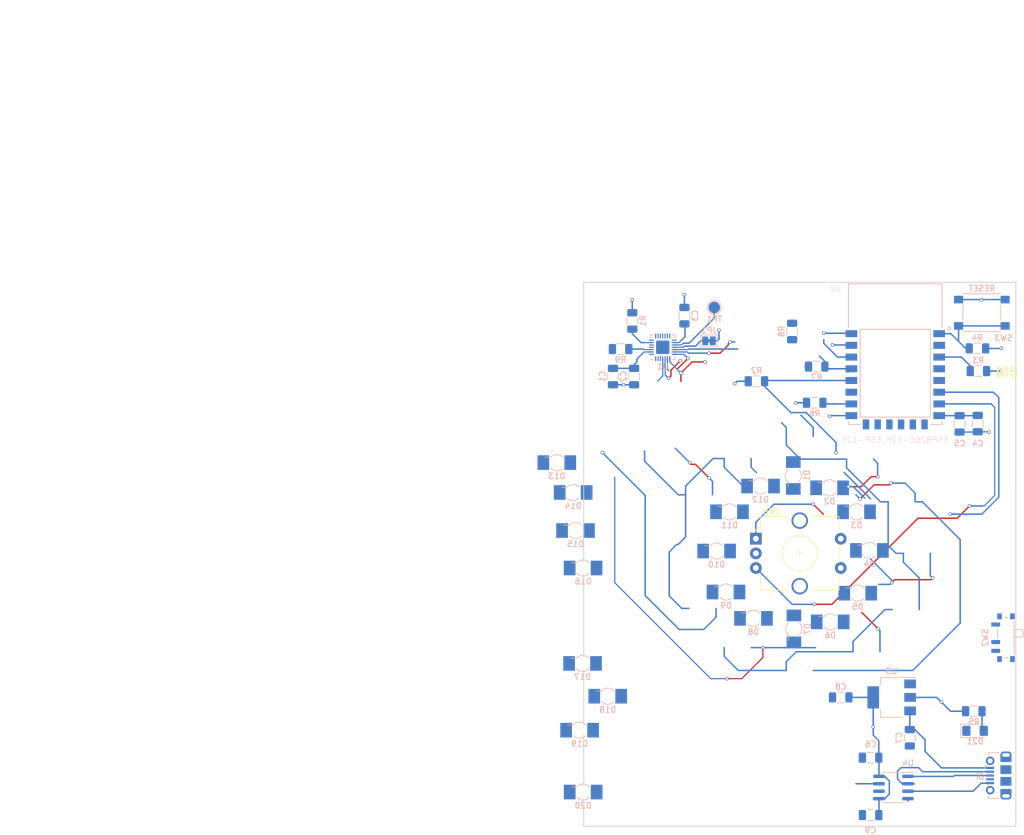
<source format=kicad_pcb>
(kicad_pcb (version 20171130) (host pcbnew "(5.1.5-0)")
  (layers (0 F.Cu signal) (31 B.Cu signal) (34 B.Paste user) (35 F.Paste user) (36 B.SilkS user) (37 F.SilkS user) (38 B.Mask user hide) (39 F.Mask user) (44 Edge.Cuts user))
  (net 0 "")
  (net 1 GND)
  (net 2 /ADC)
  (net 3 /IO16)
  (net 4 /IO14)
  (net 5 /IO12)
  (net 6 /IO13)
  (net 7 /SCLK)
  (net 8 /MOSI)
  (net 9 /IO10)
  (net 10 /IO9)
  (net 11 /MISO)
  (net 12 /CS0)
  (net 13 /IO2)
  (net 14 "Net-(J5-Pad4)")
  (net 15 /RTS)
  (net 16 /VBUS)
  (net 17 /D-)
  (net 18 /D+)
  (net 19 /TX)
  (net 20 /RX)
  (net 21 VCC)
  (net 22 "Net-(BT1-Pad1)")
  (net 23 "Net-(C3-Pad1)")
  (net 24 /CA2)
  (net 25 /CA1)
  (net 26 /CA3)
  (net 27 /CA4)
  (net 28 /CA5)
  (net 29 "Net-(D15-Pad1)")
  (net 30 "Net-(D21-Pad2)")
  (net 31 "Net-(JP1-Pad2)")
  (net 32 "Net-(R1-Pad1)")
  (net 33 /IO0)
  (net 34 "Net-(R3-Pad2)")
  (net 35 /RST)
  (net 36 "Net-(R6-Pad2)")
  (net 37 /SDA)
  (net 38 /SCL)
  (net 39 /SDB)
  (net 40 "Net-(TP1-Pad1)")
  (net 41 "Net-(U1-Pad28)")
  (net 42 "Net-(U1-Pad27)")
  (net 43 "Net-(U1-Pad26)")
  (net 44 "Net-(U1-Pad15)")
  (net 45 "Net-(U1-Pad14)")
  (net 46 "Net-(U1-Pad13)")
  (net 47 "Net-(U1-Pad12)")
  (net 48 "Net-(U1-Pad11)")
  (net 49 "Net-(U1-Pad10)")
  (net 50 "Net-(U1-Pad9)")
  (net 51 "Net-(U1-Pad8)")
  (net 52 "Net-(U1-Pad7)")
  (net 53 "Net-(U1-Pad29)")
  (net 54 "Net-(U1-Pad4)")
  (net 55 "Net-(U1-Pad1)")
  (module LED_SMD:LED_Osram_Lx_P47F_D2mm_ReverseMount (layer B.Cu) (at 127.1 81.6)
    (fp_text reference D12 (at 0 2.3) (layer B.SilkS) (effects (justify mirror)))
    (fp_text value LED)
    (pad 2 smd rect (at 2.3 0) (size 2 2.5) (layers B.Cu) (net 28 /CA5))
    (pad 1 smd rect (at -2.3 0) (size 2 2.5) (layers B.Cu) (net 26 /CA3))
  )
  (module LED_SMD:LED_Osram_Lx_P47F_D2mm_ReverseMount (layer B.Cu) (at 132.7 79.8 90)
    (fp_text reference D1 (at 0 2.3 90) (layer B.SilkS) (effects (justify mirror)))
    (fp_text value LED)
    (pad 2 smd rect (at 2.3 0 90) (size 2 2.5) (layers B.Cu) (net 24 /CA2))
    (pad 1 smd rect (at -2.3 0 90) (size 2 2.5) (layers B.Cu) (net 25 /CA1))
  )
  (module LED_SMD:LED_Osram_Lx_P47F_D2mm_ReverseMount (layer B.Cu) (at 138.9 81.9)
    (fp_text reference D2 (at 0 2.3) (layer B.SilkS) (effects (justify mirror)))
    (fp_text value LED)
    (pad 2 smd rect (at 2.3 0) (size 2 2.5) (layers B.Cu) (net 26 /CA3))
    (pad 1 smd rect (at -2.3 0) (size 2 2.5) (layers B.Cu) (net 25 /CA1))
  )
  (module LED_SMD:LED_Osram_Lx_P47F_D2mm_ReverseMount (layer B.Cu) (at 143.5 86)
    (fp_text reference D3 (at 0 2.3) (layer B.SilkS) (effects (justify mirror)))
    (fp_text value LED)
    (pad 2 smd rect (at 2.3 0) (size 2 2.5) (layers B.Cu) (net 27 /CA4))
    (pad 1 smd rect (at -2.3 0) (size 2 2.5) (layers B.Cu) (net 25 /CA1))
  )
  (module LED_SMD:LED_Osram_Lx_P47F_D2mm_ReverseMount (layer B.Cu) (at 145.7 92.6)
    (fp_text reference D4 (at 0 2.3) (layer B.SilkS) (effects (justify mirror)))
    (fp_text value LED)
    (pad 2 smd rect (at 2.3 0) (size 2 2.5) (layers B.Cu) (net 28 /CA5))
    (pad 1 smd rect (at -2.3 0) (size 2 2.5) (layers B.Cu) (net 25 /CA1))
  )
  (module LED_SMD:LED_Osram_Lx_P47F_D2mm_ReverseMount (layer B.Cu) (at 143.7 99.9)
    (fp_text reference D5 (at 0 2.3) (layer B.SilkS) (effects (justify mirror)))
    (fp_text value LED)
    (pad 2 smd rect (at 2.3 0) (size 2 2.5) (layers B.Cu) (net 25 /CA1))
    (pad 1 smd rect (at -2.3 0) (size 2 2.5) (layers B.Cu) (net 24 /CA2))
  )
  (module LED_SMD:LED_Osram_Lx_P47F_D2mm_ReverseMount (layer B.Cu) (at 139 104.8)
    (fp_text reference D6 (at 0 2.3) (layer B.SilkS) (effects (justify mirror)))
    (fp_text value LED)
    (pad 2 smd rect (at 2.3 0) (size 2 2.5) (layers B.Cu) (net 26 /CA3))
    (pad 1 smd rect (at -2.3 0) (size 2 2.5) (layers B.Cu) (net 24 /CA2))
  )
  (module LED_SMD:LED_Osram_Lx_P47F_D2mm_ReverseMount (layer B.Cu) (at 132.8 106 90)
    (fp_text reference D7 (at 0 2.3 90) (layer B.SilkS) (effects (justify mirror)))
    (fp_text value LED)
    (pad 2 smd rect (at 2.3 0 90) (size 2 2.5) (layers B.Cu) (net 27 /CA4))
    (pad 1 smd rect (at -2.3 0 90) (size 2 2.5) (layers B.Cu) (net 24 /CA2))
  )
  (module LED_SMD:LED_Osram_Lx_P47F_D2mm_ReverseMount (layer B.Cu) (at 125.9 104.2)
    (fp_text reference D8 (at 0 2.3) (layer B.SilkS) (effects (justify mirror)))
    (fp_text value LED)
    (pad 2 smd rect (at 2.3 0) (size 2 2.5) (layers B.Cu) (net 28 /CA5))
    (pad 1 smd rect (at -2.3 0) (size 2 2.5) (layers B.Cu) (net 24 /CA2))
  )
  (module LED_SMD:LED_Osram_Lx_P47F_D2mm_ReverseMount (layer B.Cu) (at 121.2 99.7)
    (fp_text reference D9 (at 0 2.3) (layer B.SilkS) (effects (justify mirror)))
    (fp_text value LED)
    (pad 2 smd rect (at 2.3 0) (size 2 2.5) (layers B.Cu) (net 25 /CA1))
    (pad 1 smd rect (at -2.3 0) (size 2 2.5) (layers B.Cu) (net 26 /CA3))
  )
  (module LED_SMD:LED_Osram_Lx_P47F_D2mm_ReverseMount (layer B.Cu) (at 119.6 92.7)
    (fp_text reference D10 (at 0 2.3) (layer B.SilkS) (effects (justify mirror)))
    (fp_text value LED)
    (pad 2 smd rect (at 2.3 0) (size 2 2.5) (layers B.Cu) (net 24 /CA2))
    (pad 1 smd rect (at -2.3 0) (size 2 2.5) (layers B.Cu) (net 26 /CA3))
  )
  (module LED_SMD:LED_Osram_Lx_P47F_D2mm_ReverseMount (layer B.Cu) (at 121.8 86)
    (fp_text reference D11 (at 0 2.3) (layer B.SilkS) (effects (justify mirror)))
    (fp_text value LED)
    (pad 2 smd rect (at 2.3 0) (size 2 2.5) (layers B.Cu) (net 27 /CA4))
    (pad 1 smd rect (at -2.3 0) (size 2 2.5) (layers B.Cu) (net 26 /CA3))
  )
  (module ESP8266-12E_ESP-12E:XCVR_ESP8266-12E%2fESP-12E (layer B.Cu) (at 150.11322 62.57158 180)
    (fp_text reference U2 (at 10.21322 14.67158) (layer B.SilkS) (effects (font (size 1.00077 1.00077) (thickness 0.05)) (justify mirror)))
    (fp_text value ESP8266-12F_ESP-12F (at 0.07112 -11.12842) (layer B.SilkS) (effects (font (size 1.00093 1.00093) (thickness 0.05)) (justify mirror)))
    (pad 14 smd rect (at 5 -8.5 180) (size 1.1 1.7) (layers B.Cu B.Paste B.Mask) (net 7 /SCLK))
    (pad 13 smd rect (at 3 -8.5 180) (size 1.1 1.7) (layers B.Cu B.Paste B.Mask) (net 8 /MOSI))
    (pad 12 smd rect (at 1 -8.5 180) (size 1.1 1.7) (layers B.Cu B.Paste B.Mask) (net 9 /IO10))
    (pad 11 smd rect (at -1 -8.5 180) (size 1.1 1.7) (layers B.Cu B.Paste B.Mask) (net 10 /IO9))
    (pad 10 smd rect (at -3 -8.5 180) (size 1.1 1.7) (layers B.Cu B.Paste B.Mask) (net 11 /MISO))
    (pad 9 smd rect (at -5 -8.5 180) (size 1.1 1.7) (layers B.Cu B.Paste B.Mask) (net 12 /CS0))
    (pad 22 smd rect (at 7.5 7 180) (size 2 1.2) (layers B.Cu B.Paste B.Mask) (net 20 /RX))
    (pad 21 smd rect (at 7.5 5 180) (size 2 1.2) (layers B.Cu B.Paste B.Mask) (net 19 /TX))
    (pad 20 smd rect (at 7.5 3 180) (size 2 1.2) (layers B.Cu B.Paste B.Mask) (net 38 /SCL))
    (pad 19 smd rect (at 7.5 1 180) (size 2 1.2) (layers B.Cu B.Paste B.Mask) (net 37 /SDA))
    (pad 18 smd rect (at 7.5 -1 180) (size 2 1.2) (layers B.Cu B.Paste B.Mask) (net 33 /IO0))
    (pad 17 smd rect (at 7.5 -3 180) (size 2 1.2) (layers B.Cu B.Paste B.Mask) (net 13 /IO2))
    (pad 16 smd rect (at 7.5 -5 180) (size 2 1.2) (layers B.Cu B.Paste B.Mask) (net 36 "Net-(R6-Pad2)"))
    (pad 15 smd rect (at 7.5 -7 180) (size 2 1.2) (layers B.Cu B.Paste B.Mask) (net 1 GND))
    (pad 8 smd rect (at -7.5 -7 180) (size 2 1.2) (layers B.Cu B.Paste B.Mask) (net 21 VCC))
    (pad 7 smd rect (at -7.5 -5 180) (size 2 1.2) (layers B.Cu B.Paste B.Mask) (net 6 /IO13))
    (pad 6 smd rect (at -7.5 -3 180) (size 2 1.2) (layers B.Cu B.Paste B.Mask) (net 5 /IO12))
    (pad 5 smd rect (at -7.5 -1 180) (size 2 1.2) (layers B.Cu B.Paste B.Mask) (net 4 /IO14))
    (pad 4 smd rect (at -7.5 1 180) (size 2 1.2) (layers B.Cu B.Paste B.Mask) (net 3 /IO16))
    (pad 3 smd rect (at -7.5 3 180) (size 2 1.2) (layers B.Cu B.Paste B.Mask) (net 34 "Net-(R3-Pad2)"))
    (pad 2 smd rect (at -7.5 5 180) (size 2 1.2) (layers B.Cu B.Paste B.Mask) (net 2 /ADC))
    (pad 1 smd rect (at -7.5 7 180) (size 2 1.2) (layers B.Cu B.Paste B.Mask) (net 35 /RST))
  )
  (module Resistor_SMD:R_1206_3216Metric (layer B.Cu) (at 105.2 53.4 90)
    (fp_text reference R1 (at 0 1.82 90) (layer B.SilkS) (effects (justify mirror)))
    (fp_text value 20k)
    (pad 2 smd roundrect (at 1.4 0 90) (size 1.25 1.75) (layers B.Cu B.Paste B.Mask) (roundrect_rratio 0.2) (net 1 GND))
    (pad 1 smd roundrect (at -1.4 0 90) (size 1.25 1.75) (layers B.Cu B.Paste B.Mask) (roundrect_rratio 0.2) (net 32 "Net-(R1-Pad1)"))
  )
  (module Jumper:SolderJumper-2_P1.3mm_Bridged_Pad1.0x1.5mm (layer B.Cu) (at 118.3 56.8 180)
    (fp_text reference JP1 (at 0 1.8) (layer B.SilkS) (effects (justify mirror)))
    (fp_text value ADDR)
    (fp_poly (pts (xy -0.25 0.3) (xy 0.25 0.3) (xy 0.25 -0.3) (xy -0.25 -0.3)) (layer B.Cu) (width 0))
    (pad 2 smd rect (at 0.65 0 180) (size 1 1.5) (layers B.Cu B.Mask) (net 31 "Net-(JP1-Pad2)"))
    (pad 1 smd rect (at -0.65 0 180) (size 1 1.5) (layers B.Cu B.Mask) (net 1 GND))
  )
  (module LED_SMD:LED_Osram_Lx_P47F_D2mm_ReverseMount (layer B.Cu) (at 92.3 77.6)
    (fp_text reference D13 (at 0 2.3) (layer B.SilkS) (effects (justify mirror)))
    (fp_text value LED)
    (pad 2 smd rect (at 2.3 0) (size 2 2.5) (layers B.Cu) (net 25 /CA1))
    (pad 1 smd rect (at -2.3 0) (size 2 2.5) (layers B.Cu) (net 27 /CA4))
    (pad "" np_thru_hole circle (at 0 0) (size 2.1 2.1) (drill 2.1) (layers *.Cu *.Mask))
  )
  (module Resistor_SMD:R_1206_3216Metric (layer B.Cu) (at 136.7 61.2)
    (fp_text reference R7 (at 0 1.82) (layer B.SilkS) (effects (justify mirror)))
    (fp_text value 4.7k)
    (pad 2 smd roundrect (at 1.4 0) (size 1.25 1.75) (layers B.Cu B.Paste B.Mask) (roundrect_rratio 0.2) (net 37 /SDA))
    (pad 1 smd roundrect (at -1.4 0) (size 1.25 1.75) (layers B.Cu B.Paste B.Mask) (roundrect_rratio 0.2) (net 21 VCC))
  )
  (module Resistor_SMD:R_1206_3216Metric (layer B.Cu) (at 132.5 55.2 270)
    (fp_text reference R8 (at 0 1.82 90) (layer B.SilkS) (effects (justify mirror)))
    (fp_text value 4.7k)
    (pad 2 smd roundrect (at 1.4 0 270) (size 1.25 1.75) (layers B.Cu B.Paste B.Mask) (roundrect_rratio 0.2) (net 38 /SCL))
    (pad 1 smd roundrect (at -1.4 0 270) (size 1.25 1.75) (layers B.Cu B.Paste B.Mask) (roundrect_rratio 0.2) (net 21 VCC))
  )
  (module Resistor_SMD:R_1206_3216Metric (layer B.Cu) (at 103.2 58.2)
    (fp_text reference R9 (at 0 1.82) (layer B.SilkS) (effects (justify mirror)))
    (fp_text value 4.7k)
    (pad 2 smd roundrect (at 1.4 0) (size 1.25 1.75) (layers B.Cu B.Paste B.Mask) (roundrect_rratio 0.2) (net 39 /SDB))
    (pad 1 smd roundrect (at -1.4 0) (size 1.25 1.75) (layers B.Cu B.Paste B.Mask) (roundrect_rratio 0.2) (net 21 VCC))
  )
  (module Capacitor_SMD:C_1206_3216Metric (layer B.Cu) (at 101.9 62.9 270)
    (fp_text reference C1 (at 0 1.82 90) (layer B.SilkS) (effects (justify mirror)))
    (fp_text value 1uF)
    (pad 2 smd roundrect (at 1.4 0 270) (size 1.25 1.75) (layers B.Cu B.Paste B.Mask) (roundrect_rratio 0.2) (net 1 GND))
    (pad 1 smd roundrect (at -1.4 0 270) (size 1.25 1.75) (layers B.Cu B.Paste B.Mask) (roundrect_rratio 0.2) (net 21 VCC))
  )
  (module LED_SMD:LED_Osram_Lx_P47F_D2mm_ReverseMount (layer B.Cu) (at 95.5 89.2)
    (fp_text reference D15 (at 0 2.3) (layer B.SilkS) (effects (justify mirror)))
    (fp_text value LED)
    (pad 2 smd rect (at 2.3 0) (size 2 2.5) (layers B.Cu) (net 26 /CA3))
    (pad 1 smd rect (at -2.3 0) (size 2 2.5) (layers B.Cu) (net 29 "Net-(D15-Pad1)"))
    (pad "" np_thru_hole circle (at 0 0) (size 2.1 2.1) (drill 2.1) (layers *.Cu *.Mask))
  )
  (module Rotary_Encoder:RotaryEncoder_Alps_EC12E-Switch_Vertical_H20mm_CircularMountingHoles (layer F.Cu) (at 126.3 90.6)
    (fp_text reference SW1 (at 2.8 -4.7) (layer F.SilkS))
    (fp_text value Rotary_Encoder_Switch)
    (pad A thru_hole rect (at 0 0) (size 2 2) (drill 1) (layers *.Cu *.Mask) (net 5 /IO12))
    (pad C thru_hole circle (at 0 2.5) (size 2 2) (drill 1) (layers *.Cu *.Mask) (net 1 GND))
    (pad B thru_hole circle (at 0 5) (size 2 2) (drill 1) (layers *.Cu *.Mask) (net 6 /IO13))
    (pad MP thru_hole circle (at 7.5 -3.1) (size 2.8 2.8) (drill 2.2) (layers *.Cu *.Mask))
    (pad MP thru_hole circle (at 7.5 8.1) (size 2.8 2.8) (drill 2.2) (layers *.Cu *.Mask))
    (pad S1 thru_hole circle (at 14.5 0) (size 2 2) (drill 1) (layers *.Cu *.Mask) (net 33 /IO0))
    (pad S2 thru_hole circle (at 14.5 5) (size 2 2) (drill 1) (layers *.Cu *.Mask) (net 1 GND))
  )
  (module Capacitor_SMD:C_1206_3216Metric (layer B.Cu) (at 105.5 62.9 270)
    (fp_text reference C2 (at 0 1.82 90) (layer B.SilkS) (effects (justify mirror)))
    (fp_text value 0.1uF)
    (pad 2 smd roundrect (at 1.4 0 270) (size 1.25 1.75) (layers B.Cu B.Paste B.Mask) (roundrect_rratio 0.2) (net 1 GND))
    (pad 1 smd roundrect (at -1.4 0 270) (size 1.25 1.75) (layers B.Cu B.Paste B.Mask) (roundrect_rratio 0.2) (net 21 VCC))
  )
  (module Button_Switch_SMD:SW_SPDT_PCM12 (layer B.Cu) (at 168.7 107.5 270)
    (fp_text reference SW2 (at 0 3.2 90) (layer B.SilkS) (effects (justify mirror)))
    (fp_text value POWER)
    (pad "" smd rect (at -3.65 0.78 270) (size 1 0.8) (layers B.Cu B.Paste B.Mask))
    (pad "" smd rect (at 3.65 0.78 270) (size 1 0.8) (layers B.Cu B.Paste B.Mask))
    (pad "" smd rect (at 3.65 -1.43 270) (size 1 0.8) (layers B.Cu B.Paste B.Mask))
    (pad "" smd rect (at -3.65 -1.43 270) (size 1 0.8) (layers B.Cu B.Paste B.Mask))
    (pad 3 smd rect (at 2.25 1.43 270) (size 0.7 1.5) (layers B.Cu B.Paste B.Mask))
    (pad 2 smd rect (at 0.75 1.43 270) (size 0.7 1.5) (layers B.Cu B.Paste B.Mask) (net 22 "Net-(BT1-Pad1)"))
    (pad 1 smd rect (at -2.25 1.43 270) (size 0.7 1.5) (layers B.Cu B.Paste B.Mask) (net 21 VCC))
    (pad "" np_thru_hole circle (at 1.5 -0.33 270) (size 0.9 0.9) (drill 0.9) (layers *.Cu *.Mask))
    (pad "" np_thru_hole circle (at -1.5 -0.33 270) (size 0.9 0.9) (drill 0.9) (layers *.Cu *.Mask))
  )
  (module TestPoint:TestPoint_Pad_D2.0mm (layer B.Cu) (at 119.2 51.1)
    (fp_text reference TP1 (at 0 1.998) (layer B.SilkS) (effects (justify mirror)))
    (fp_text value AIN)
    (pad 1 smd circle (at 0 0) (size 2 2) (layers B.Cu B.Mask) (net 40 "Net-(TP1-Pad1)"))
  )
  (module Package_DFN_QFN:QFN-28-1EP_4x4mm_P0.4mm_EP2.3x2.3mm (layer B.Cu) (at 110.4 57.9)
    (fp_text reference U1 (at 0 3.3) (layer B.SilkS) (effects (justify mirror)))
    (fp_text value IS31FL3731-QF)
    (pad 28 smd roundrect (at -1.2 1.9375) (size 0.2 0.825) (layers B.Cu B.Paste B.Mask) (net 41 "Net-(U1-Pad28)"))
    (pad 27 smd roundrect (at -0.8 1.9375) (size 0.2 0.825) (layers B.Cu B.Paste B.Mask) (net 42 "Net-(U1-Pad27)"))
    (pad 26 smd roundrect (at -0.4 1.9375) (size 0.2 0.825) (layers B.Cu B.Paste B.Mask) (net 43 "Net-(U1-Pad26)"))
    (pad 25 smd roundrect (at 0 1.9375) (size 0.2 0.825) (layers B.Cu B.Paste B.Mask) (net 28 /CA5))
    (pad 24 smd roundrect (at 0.4 1.9375) (size 0.2 0.825) (layers B.Cu B.Paste B.Mask) (net 27 /CA4))
    (pad 23 smd roundrect (at 0.8 1.9375) (size 0.2 0.825) (layers B.Cu B.Paste B.Mask) (net 26 /CA3))
    (pad 22 smd roundrect (at 1.2 1.9375) (size 0.2 0.825) (layers B.Cu B.Paste B.Mask) (net 24 /CA2))
    (pad 21 smd roundrect (at 1.9375 1.2) (size 0.825 0.2) (layers B.Cu B.Paste B.Mask) (net 25 /CA1))
    (pad 20 smd roundrect (at 1.9375 0.8) (size 0.825 0.2) (layers B.Cu B.Paste B.Mask) (net 38 /SCL))
    (pad 19 smd roundrect (at 1.9375 0.4) (size 0.825 0.2) (layers B.Cu B.Paste B.Mask) (net 37 /SDA))
    (pad 18 smd roundrect (at 1.9375 0) (size 0.825 0.2) (layers B.Cu B.Paste B.Mask) (net 31 "Net-(JP1-Pad2)"))
    (pad 17 smd roundrect (at 1.9375 -0.4) (size 0.825 0.2) (layers B.Cu B.Paste B.Mask) (net 40 "Net-(TP1-Pad1)"))
    (pad 16 smd roundrect (at 1.9375 -0.8) (size 0.825 0.2) (layers B.Cu B.Paste B.Mask) (net 23 "Net-(C3-Pad1)"))
    (pad 15 smd roundrect (at 1.9375 -1.2) (size 0.825 0.2) (layers B.Cu B.Paste B.Mask) (net 44 "Net-(U1-Pad15)"))
    (pad 14 smd roundrect (at 1.2 -1.9375) (size 0.2 0.825) (layers B.Cu B.Paste B.Mask) (net 45 "Net-(U1-Pad14)"))
    (pad 13 smd roundrect (at 0.8 -1.9375) (size 0.2 0.825) (layers B.Cu B.Paste B.Mask) (net 46 "Net-(U1-Pad13)"))
    (pad 12 smd roundrect (at 0.4 -1.9375) (size 0.2 0.825) (layers B.Cu B.Paste B.Mask) (net 47 "Net-(U1-Pad12)"))
    (pad 11 smd roundrect (at 0 -1.9375) (size 0.2 0.825) (layers B.Cu B.Paste B.Mask) (net 48 "Net-(U1-Pad11)"))
    (pad 10 smd roundrect (at -0.4 -1.9375) (size 0.2 0.825) (layers B.Cu B.Paste B.Mask) (net 49 "Net-(U1-Pad10)"))
    (pad 9 smd roundrect (at -0.8 -1.9375) (size 0.2 0.825) (layers B.Cu B.Paste B.Mask) (net 50 "Net-(U1-Pad9)"))
    (pad 8 smd roundrect (at -1.2 -1.9375) (size 0.2 0.825) (layers B.Cu B.Paste B.Mask) (net 51 "Net-(U1-Pad8)"))
    (pad 7 smd roundrect (at -1.9375 -1.2) (size 0.825 0.2) (layers B.Cu B.Paste B.Mask) (net 52 "Net-(U1-Pad7)"))
    (pad 6 smd roundrect (at -1.9375 -0.8) (size 0.825 0.2) (layers B.Cu B.Paste B.Mask) (net 32 "Net-(R1-Pad1)"))
    (pad 5 smd roundrect (at -1.9375 -0.4) (size 0.825 0.2) (layers B.Cu B.Paste B.Mask) (net 53 "Net-(U1-Pad29)"))
    (pad 4 smd roundrect (at -1.9375 0) (size 0.825 0.2) (layers B.Cu B.Paste B.Mask) (net 54 "Net-(U1-Pad4)"))
    (pad 3 smd roundrect (at -1.9375 0.4) (size 0.825 0.2) (layers B.Cu B.Paste B.Mask) (net 39 /SDB))
    (pad 2 smd roundrect (at -1.9375 0.8) (size 0.825 0.2) (layers B.Cu B.Paste B.Mask) (net 21 VCC))
    (pad 1 smd roundrect (at -1.9375 1.2) (size 0.825 0.2) (layers B.Cu B.Paste B.Mask) (net 55 "Net-(U1-Pad1)"))
    (pad 29 smd roundrect (at 0 0) (size 2.3 2.3) (layers B.Cu B.Mask) (roundrect_rratio 0.108696) (net 53 "Net-(U1-Pad29)"))
  )
  (module LED_SMD:LED_Osram_Lx_P47F_D2mm_ReverseMount (layer B.Cu) (at 96.8 95.6)
    (fp_text reference D16 (at 0 2.3) (layer B.SilkS) (effects (justify mirror)))
    (fp_text value LED)
    (pad 2 smd rect (at 2.3 0) (size 2 2.5) (layers B.Cu) (net 28 /CA5))
    (pad 1 smd rect (at -2.3 0) (size 2 2.5) (layers B.Cu) (net 27 /CA4))
    (pad "" np_thru_hole circle (at 0 0) (size 2.1 2.1) (drill 2.1) (layers *.Cu *.Mask))
  )
  (module LED_SMD:LED_Osram_Lx_P47F_D2mm_ReverseMount (layer B.Cu) (at 96.7 111.9)
    (fp_text reference D17 (at 0 2.3) (layer B.SilkS) (effects (justify mirror)))
    (fp_text value LED)
    (pad 2 smd rect (at 2.3 0) (size 2 2.5) (layers B.Cu) (net 25 /CA1))
    (pad 1 smd rect (at -2.3 0) (size 2 2.5) (layers B.Cu) (net 28 /CA5))
    (pad "" np_thru_hole circle (at 0 0) (size 2.1 2.1) (drill 2.1) (layers *.Cu *.Mask))
  )
  (module LED_SMD:LED_Osram_Lx_P47F_D2mm_ReverseMount (layer B.Cu) (at 101 117.5)
    (fp_text reference D18 (at 0 2.3) (layer B.SilkS) (effects (justify mirror)))
    (fp_text value LED)
    (pad 2 smd rect (at 2.3 0) (size 2 2.5) (layers B.Cu) (net 24 /CA2))
    (pad 1 smd rect (at -2.3 0) (size 2 2.5) (layers B.Cu) (net 28 /CA5))
    (pad "" np_thru_hole circle (at 0 0) (size 2.1 2.1) (drill 2.1) (layers *.Cu *.Mask))
  )
  (module LED_SMD:LED_Osram_Lx_P47F_D2mm_ReverseMount (layer B.Cu) (at 96.2 123.3)
    (fp_text reference D19 (at 0 2.3) (layer B.SilkS) (effects (justify mirror)))
    (fp_text value LED)
    (pad 2 smd rect (at 2.3 0) (size 2 2.5) (layers B.Cu) (net 26 /CA3))
    (pad 1 smd rect (at -2.3 0) (size 2 2.5) (layers B.Cu) (net 28 /CA5))
    (pad "" np_thru_hole circle (at 0 0) (size 2.1 2.1) (drill 2.1) (layers *.Cu *.Mask))
  )
  (module LED_SMD:LED_Osram_Lx_P47F_D2mm_ReverseMount (layer B.Cu) (at 96.81 133.87)
    (fp_text reference D20 (at 0 2.3) (layer B.SilkS) (effects (justify mirror)))
    (fp_text value LED)
    (pad 2 smd rect (at 2.3 0) (size 2 2.5) (layers B.Cu) (net 27 /CA4))
    (pad 1 smd rect (at -2.3 0) (size 2 2.5) (layers B.Cu) (net 28 /CA5))
    (pad "" np_thru_hole circle (at 0 0) (size 2.1 2.1) (drill 2.1) (layers *.Cu *.Mask))
  )
  (module LED_SMD:LED_Osram_Lx_P47F_D2mm_ReverseMount (layer B.Cu) (at 95.1 82.7)
    (fp_text reference D14 (at 0 2.3) (layer B.SilkS) (effects (justify mirror)))
    (fp_text value LED)
    (pad 2 smd rect (at 2.3 0) (size 2 2.5) (layers B.Cu) (net 24 /CA2))
    (pad 1 smd rect (at -2.3 0) (size 2 2.5) (layers B.Cu) (net 27 /CA4))
    (pad "" np_thru_hole circle (at 0 0) (size 2.1 2.1) (drill 2.1) (layers *.Cu *.Mask))
  )
  (module Capacitor_SMD:C_1206_3216Metric (layer B.Cu) (at 114.1 52.5 90)
    (fp_text reference C3 (at 0 1.82 90) (layer B.SilkS) (effects (justify mirror)))
    (fp_text value 0.1uF)
    (pad 2 smd roundrect (at 1.4 0 90) (size 1.25 1.75) (layers B.Cu B.Paste B.Mask) (roundrect_rratio 0.2) (net 1 GND))
    (pad 1 smd roundrect (at -1.4 0 90) (size 1.25 1.75) (layers B.Cu B.Paste B.Mask) (roundrect_rratio 0.2) (net 23 "Net-(C3-Pad1)"))
  )
  (module Button_Switch_SMD:SW_Push_1P1T_NO_6x6mm_H9.5mm (layer B.Cu) (at 164.9 52)
    (fp_text reference SW3 (at 3.7 4.3) (layer B.SilkS) (effects (justify mirror)))
    (fp_text value RESET (at 0 -4.15 180) (layer B.SilkS) (effects (justify mirror)))
    (pad 2 smd rect (at 3.975 -2.25) (size 1.55 1.3) (layers B.Cu B.Paste B.Mask) (net 1 GND))
    (pad 1 smd rect (at 3.975 2.25) (size 1.55 1.3) (layers B.Cu B.Paste B.Mask) (net 35 /RST))
    (pad 1 smd rect (at -3.975 2.25) (size 1.55 1.3) (layers B.Cu B.Paste B.Mask) (net 35 /RST))
    (pad 2 smd rect (at -3.975 -2.25) (size 1.55 1.3) (layers B.Cu B.Paste B.Mask) (net 1 GND))
  )
  (module Capacitor_SMD:C_1206_3216Metric (layer B.Cu) (at 145.9 137.8 180)
    (fp_text reference C9 (at 0 -2.6) (layer B.SilkS) (effects (justify mirror)))
    (fp_text value 100nF)
    (pad 1 smd roundrect (at -1.4 0 180) (size 1.25 1.75) (layers B.Cu B.Paste B.Mask) (roundrect_rratio 0.2) (net 21 VCC))
    (pad 2 smd roundrect (at 1.4 0 180) (size 1.25 1.75) (layers B.Cu B.Paste B.Mask) (roundrect_rratio 0.2) (net 1 GND))
  )
  (module LOGO (layer F.Cu) (at 0 0)
    (fp_text reference G*** hide)
    (fp_text value LOGO hide)
  )
  (module LOGO (layer F.Cu) (at 0 0)
    (fp_text reference G*** hide)
    (fp_text value LOGO hide)
  )
  (module LOGO (layer F.Cu) (at 0 0)
    (fp_text reference G*** hide)
    (fp_text value LOGO hide)
  )
  (module LOGO (layer F.Cu) (at 0 0)
    (fp_text reference G*** hide)
    (fp_text value LOGO hide)
  )
  (module LOGO (layer F.Cu) (at 0 0)
    (fp_text reference G*** hide)
    (fp_text value LOGO hide)
  )
  (module LOGO (layer F.Cu) (at 0 0)
    (fp_text reference G*** hide)
    (fp_text value LOGO hide)
  )
  (module Capacitor_SMD:C_1206_3216Metric (layer B.Cu) (at 164.2 70.93372 270)
    (fp_text reference C4 (at 3.36628 0) (layer B.SilkS) (effects (justify mirror)))
    (fp_text value 10uF)
    (pad 1 smd roundrect (at -1.4 0 270) (size 1.25 1.75) (layers B.Cu B.Paste B.Mask) (roundrect_rratio 0.2) (net 21 VCC))
    (pad 2 smd roundrect (at 1.4 0 270) (size 1.25 1.75) (layers B.Cu B.Paste B.Mask) (roundrect_rratio 0.2) (net 1 GND))
  )
  (module Resistor_SMD:R_1206_3216Metric (layer B.Cu) (at 164.15324 58.08818 180)
    (fp_text reference R4 (at 0 1.82) (layer B.SilkS) (effects (justify mirror)))
    (fp_text value 10K)
    (pad 1 smd roundrect (at -1.4 0 180) (size 1.25 1.75) (layers B.Cu B.Paste B.Mask) (roundrect_rratio 0.2) (net 21 VCC))
    (pad 2 smd roundrect (at 1.4 0 180) (size 1.25 1.75) (layers B.Cu B.Paste B.Mask) (roundrect_rratio 0.2) (net 35 /RST))
  )
  (module Resistor_SMD:R_1206_3216Metric (layer B.Cu) (at 164.32088 61.96168 180)
    (fp_text reference R3 (at 0 1.82) (layer B.SilkS) (effects (justify mirror)))
    (fp_text value 10K)
    (pad 2 smd roundrect (at 1.4 0 180) (size 1.25 1.75) (layers B.Cu B.Paste B.Mask) (roundrect_rratio 0.2) (net 34 "Net-(R3-Pad2)"))
    (pad 1 smd roundrect (at -1.4 0 180) (size 1.25 1.75) (layers B.Cu B.Paste B.Mask) (roundrect_rratio 0.2) (net 21 VCC))
  )
  (module Resistor_SMD:R_1206_3216Metric (layer B.Cu) (at 126.4 63.7 180)
    (fp_text reference R2 (at 0 1.82) (layer B.SilkS) (effects (justify mirror)))
    (fp_text value 10K)
    (pad 2 smd roundrect (at 1.4 0 180) (size 1.25 1.75) (layers B.Cu B.Paste B.Mask) (roundrect_rratio 0.2) (net 21 VCC))
    (pad 1 smd roundrect (at -1.4 0 180) (size 1.25 1.75) (layers B.Cu B.Paste B.Mask) (roundrect_rratio 0.2) (net 33 /IO0))
  )
  (module Resistor_SMD:R_1206_3216Metric (layer B.Cu) (at 136.35664 67.3751)
    (fp_text reference R6 (at 0 1.82) (layer B.SilkS) (effects (justify mirror)))
    (fp_text value 10K)
    (pad 1 smd roundrect (at -1.4 0) (size 1.25 1.75) (layers B.Cu B.Paste B.Mask) (roundrect_rratio 0.2) (net 1 GND))
    (pad 2 smd roundrect (at 1.4 0) (size 1.25 1.75) (layers B.Cu B.Paste B.Mask) (roundrect_rratio 0.2) (net 36 "Net-(R6-Pad2)"))
  )
  (module Capacitor_SMD:C_1206_3216Metric (layer B.Cu) (at 161.1 70.97898 270)
    (fp_text reference C5 (at 3.32102 0) (layer B.SilkS) (effects (justify mirror)))
    (fp_text value 100nF)
    (pad 1 smd roundrect (at -1.4 0 270) (size 1.25 1.75) (layers B.Cu B.Paste B.Mask) (roundrect_rratio 0.2) (net 21 VCC))
    (pad 2 smd roundrect (at 1.4 0 270) (size 1.25 1.75) (layers B.Cu B.Paste B.Mask) (roundrect_rratio 0.2) (net 1 GND))
  )
  (module Connector_USB:USB_Micro-B_Molex-105017-0001 (layer B.Cu) (at 167.782 131.0426 270)
    (fp_text reference J5 (at 0 3.1125 270) (layer B.SilkS) (effects (justify mirror)))
    (fp_text value USB_B_Micro)
    (pad 6 smd rect (at 1 -1.2375 270) (size 1.5 1.9) (layers B.Cu B.Paste B.Mask) (net 1 GND))
    (pad 6 thru_hole circle (at -2.5 1.4625 270) (size 1.45 1.45) (drill 0.85) (layers *.Cu *.Mask) (net 1 GND))
    (pad 2 smd rect (at -0.65 1.4625 270) (size 0.4 1.35) (layers B.Cu B.Paste B.Mask) (net 17 /D-))
    (pad 1 smd rect (at -1.3 1.4625 270) (size 0.4 1.35) (layers B.Cu B.Paste B.Mask) (net 16 /VBUS))
    (pad 5 smd rect (at 1.3 1.4625 270) (size 0.4 1.35) (layers B.Cu B.Paste B.Mask) (net 1 GND))
    (pad 4 smd rect (at 0.65 1.4625 270) (size 0.4 1.35) (layers B.Cu B.Paste B.Mask) (net 14 "Net-(J5-Pad4)"))
    (pad 3 smd rect (at 0 1.4625 270) (size 0.4 1.35) (layers B.Cu B.Paste B.Mask) (net 18 /D+))
    (pad 6 thru_hole circle (at 2.5 1.4625 270) (size 1.45 1.45) (drill 0.85) (layers *.Cu *.Mask) (net 1 GND))
    (pad 6 smd rect (at -1 -1.2375 270) (size 1.5 1.9) (layers B.Cu B.Paste B.Mask) (net 1 GND))
    (pad 6 thru_hole oval (at -3.5 -1.2375 90) (size 1.2 1.9) (drill oval 0.6 1.3) (layers *.Cu *.Mask) (net 1 GND))
    (pad 6 thru_hole oval (at 3.5 -1.2375 270) (size 1.2 1.9) (drill oval 0.6 1.3) (layers *.Cu *.Mask) (net 1 GND))
    (pad 6 smd rect (at 2.9 -1.2375 270) (size 1.2 1.9) (layers B.Cu B.Mask) (net 1 GND))
    (pad 6 smd rect (at -2.9 -1.2375 270) (size 1.2 1.9) (layers B.Cu B.Mask) (net 1 GND))
  )
  (module Package_SO:SOIC-8_3.9x4.9mm_P1.27mm (layer B.Cu) (at 149.8059 133.0906 180)
    (fp_text reference U4 (at -2.4941 4.1906) (layer B.SilkS) (effects (justify mirror)))
    (fp_text value CH330N)
    (pad 1 smd roundrect (at -2.475 1.905 180) (size 1.95 0.6) (layers B.Cu B.Paste B.Mask) (net 18 /D+))
    (pad 2 smd roundrect (at -2.475 0.635 180) (size 1.95 0.6) (layers B.Cu B.Paste B.Mask) (net 17 /D-))
    (pad 3 smd roundrect (at -2.475 -0.635 180) (size 1.95 0.6) (layers B.Cu B.Paste B.Mask) (net 1 GND))
    (pad 4 smd roundrect (at -2.475 -1.905 180) (size 1.95 0.6) (layers B.Cu B.Paste B.Mask) (net 15 /RTS))
    (pad 5 smd roundrect (at 2.475 -1.905 180) (size 1.95 0.6) (layers B.Cu B.Paste B.Mask) (net 21 VCC))
    (pad 6 smd roundrect (at 2.475 -0.635 180) (size 1.95 0.6) (layers B.Cu B.Paste B.Mask) (net 19 /TX))
    (pad 7 smd roundrect (at 2.475 0.635 180) (size 1.95 0.6) (layers B.Cu B.Paste B.Mask) (net 20 /RX))
    (pad 8 smd roundrect (at 2.475 1.905 180) (size 1.95 0.6) (layers B.Cu B.Paste B.Mask) (net 21 VCC))
  )
  (module LED_SMD:LED_1206_3216Metric_Pad1.42x1.75mm_HandSolder (layer B.Cu) (at 163.746781 123.401839)
    (fp_text reference D21 (at 0 1.82) (layer B.SilkS) (effects (justify mirror)))
    (fp_text value POWER)
    (pad 1 smd roundrect (at -1.4875 0) (size 1.425 1.75) (layers B.Cu B.Paste B.Mask) (roundrect_rratio 0.175439) (net 1 GND))
    (pad 2 smd roundrect (at 1.4875 0) (size 1.425 1.75) (layers B.Cu B.Paste B.Mask) (roundrect_rratio 0.175439) (net 30 "Net-(D21-Pad2)"))
  )
  (module Resistor_SMD:R_1206_3216Metric (layer B.Cu) (at 163.531781 120.061839)
    (fp_text reference R5 (at 0 1.82) (layer B.SilkS) (effects (justify mirror)))
    (fp_text value R)
    (pad 1 smd roundrect (at -1.4 0) (size 1.25 1.75) (layers B.Cu B.Paste B.Mask) (roundrect_rratio 0.2) (net 21 VCC))
    (pad 2 smd roundrect (at 1.4 0) (size 1.25 1.75) (layers B.Cu B.Paste B.Mask) (roundrect_rratio 0.2) (net 30 "Net-(D21-Pad2)"))
  )
  (module Capacitor_SMD:C_1206_3216Metric (layer B.Cu) (at 145.9 128)
    (fp_text reference C6 (at 0 -2.3) (layer B.SilkS) (effects (justify mirror)))
    (fp_text value 100nF)
    (pad 1 smd roundrect (at -1.4 0) (size 1.25 1.75) (layers B.Cu B.Paste B.Mask) (roundrect_rratio 0.2) (net 1 GND))
    (pad 2 smd roundrect (at 1.4 0) (size 1.25 1.75) (layers B.Cu B.Paste B.Mask) (roundrect_rratio 0.2) (net 21 VCC))
  )
  (module Capacitor_SMD:C_1206_3216Metric (layer B.Cu) (at 140.8 117.7 180)
    (fp_text reference C8 (at 0 1.82) (layer B.SilkS) (effects (justify mirror)))
    (fp_text value 1uF)
    (pad 2 smd roundrect (at 1.4 0 180) (size 1.25 1.75) (layers B.Cu B.Paste B.Mask) (roundrect_rratio 0.2) (net 1 GND))
    (pad 1 smd roundrect (at -1.4 0 180) (size 1.25 1.75) (layers B.Cu B.Paste B.Mask) (roundrect_rratio 0.2) (net 21 VCC))
  )
  (module Package_TO_SOT_SMD:SOT-223-3_TabPin2 (layer B.Cu) (at 149.5 117.7 180)
    (fp_text reference U3 (at 0 4.5) (layer B.SilkS) (effects (justify mirror)))
    (fp_text value TLV1117-33)
    (pad 2 smd rect (at 3.15 0 180) (size 2 3.8) (layers B.Cu B.Paste B.Mask) (net 21 VCC))
    (pad 2 smd rect (at -3.15 0 180) (size 2 1.5) (layers B.Cu B.Paste B.Mask) (net 21 VCC))
    (pad 3 smd rect (at -3.15 -2.3 180) (size 2 1.5) (layers B.Cu B.Paste B.Mask) (net 16 /VBUS))
    (pad 1 smd rect (at -3.15 2.3 180) (size 2 1.5) (layers B.Cu B.Paste B.Mask) (net 1 GND))
  )
  (module Capacitor_SMD:C_1206_3216Metric (layer B.Cu) (at 152.6 124.6 270)
    (fp_text reference C7 (at 0 1.82 270) (layer B.SilkS) (effects (justify mirror)))
    (fp_text value 1uF)
    (pad 1 smd roundrect (at -1.4 0 270) (size 1.25 1.75) (layers B.Cu B.Paste B.Mask) (roundrect_rratio 0.2) (net 16 /VBUS))
    (pad 2 smd roundrect (at 1.4 0 270) (size 1.25 1.75) (layers B.Cu B.Paste B.Mask) (roundrect_rratio 0.2) (net 1 GND))
  )
  (module LOGO (layer F.Cu) (at 0 0)
    (fp_text reference G*** hide)
    (fp_text value LOGO hide)
  )
  (module SafeBackMask (layer F.Cu) (at 133.8 93.1)
    (fp_text reference ART002 hide)
    (fp_text value Back hide)
  )
  (module SafeFrontMask (layer F.Cu) (at 133.8 93.1)
    (fp_text reference ART001 hide)
    (fp_text value Front hide)
  )
  (gr_line (start 96.9 139.7) (end 96.9 46.8) (layer Edge.Cuts) (width 0.15))
  (gr_line (start 170.7 139.7) (end 96.9 139.7) (layer Edge.Cuts) (width 0.15))
  (gr_line (start 170.7 46.8) (end 170.7 139.7) (layer Edge.Cuts) (width 0.15))
  (gr_line (start 170.7 46.8) (end 96.9 46.8) (layer Edge.Cuts) (width 0.15))
  (gr_text IO5 (at 169.14206 62.20646) (layer F.SilkS) (effects (font (size 1.5 1.5) (thickness 0.3))))
  (segment (start 153.3559 133.7256) (end 152.2809 133.7256) (width 0.25) (layer B.Cu) (net 1))
  (segment (start 163.409101 133.7256) (end 153.3559 133.7256) (width 0.25) (layer B.Cu) (net 1))
  (segment (start 164.792101 132.3426) (end 163.409101 133.7256) (width 0.25) (layer B.Cu) (net 1))
  (segment (start 166.3195 132.3426) (end 164.792101 132.3426) (width 0.25) (layer B.Cu) (net 1))
  (segment (start 168.875 49.75) (end 160.925 49.75) (width 0.25) (layer B.Cu) (net 1))
  (via (at 164.8 49.8) (size 0.6) (drill 0.4) (layers F.Cu B.Cu) (net 1))
  (segment (start 164.93874 72.33372) (end 164.89348 72.37898) (width 0.25) (layer B.Cu) (net 1))
  (segment (start 105.5 64.3) (end 104.625 64.3) (width 0.25) (layer B.Cu) (net 1))
  (segment (start 104.625 64.3) (end 103.7 64.3) (width 0.25) (layer B.Cu) (net 1))
  (via (at 103.7 64.3) (size 0.6) (drill 0.4) (layers F.Cu B.Cu) (net 1))
  (segment (start 103.7 64.3) (end 101.9 64.3) (width 0.25) (layer B.Cu) (net 1))
  (via (at 114.1 48.9) (size 0.6) (drill 0.4) (layers F.Cu B.Cu) (net 1))
  (segment (start 114.1 50.9) (end 114.1 48.9) (width 0.25) (layer B.Cu) (net 1))
  (via (at 120 55) (size 0.6) (drill 0.4) (layers F.Cu B.Cu) (net 1))
  (segment (start 120 56.5) (end 120 55) (width 0.25) (layer B.Cu) (net 1))
  (segment (start 119.7 56.8) (end 120 56.5) (width 0.25) (layer B.Cu) (net 1))
  (segment (start 118.95 56.8) (end 119.7 56.8) (width 0.25) (layer B.Cu) (net 1))
  (via (at 105.2 49.8) (size 0.6) (drill 0.4) (layers F.Cu B.Cu) (net 1))
  (segment (start 105.2 52) (end 105.2 49.8) (width 0.25) (layer B.Cu) (net 1))
  (via (at 133.1 67.4) (size 0.6) (drill 0.4) (layers F.Cu B.Cu) (net 1))
  (segment (start 133.1249 67.3751) (end 133.1 67.4) (width 0.25) (layer B.Cu) (net 1))
  (segment (start 134.95664 67.3751) (end 133.1249 67.3751) (width 0.25) (layer B.Cu) (net 1))
  (via (at 138.9 69.7) (size 0.6) (drill 0.4) (layers F.Cu B.Cu) (net 1))
  (segment (start 139.02842 69.57158) (end 138.9 69.7) (width 0.25) (layer B.Cu) (net 1))
  (segment (start 142.61322 69.57158) (end 139.02842 69.57158) (width 0.25) (layer B.Cu) (net 1))
  (segment (start 164.15474 72.37898) (end 164.2 72.33372) (width 0.2) (layer B.Cu) (net 1))
  (segment (start 161.1 72.37898) (end 164.15474 72.37898) (width 0.2) (layer B.Cu) (net 1))
  (via (at 166.1 72.4) (size 0.6) (drill 0.4) (layers F.Cu B.Cu) (net 1))
  (segment (start 166.03372 72.33372) (end 166.1 72.4) (width 0.2) (layer B.Cu) (net 1))
  (segment (start 164.2 72.33372) (end 166.03372 72.33372) (width 0.2) (layer B.Cu) (net 1))
  (segment (start 157.75418 57.43062) (end 157.61322 57.57158) (width 0.25) (layer B.Cu) (net 2))
  (segment (start 126.3 90.6) (end 126.3 87.8) (width 0.25) (layer B.Cu) (net 5))
  (via (at 136.1 84.7) (size 0.6) (drill 0.4) (layers F.Cu B.Cu) (net 5))
  (segment (start 129.4 84.7) (end 136.1 84.7) (width 0.25) (layer B.Cu) (net 5))
  (segment (start 126.3 87.8) (end 129.4 84.7) (width 0.25) (layer B.Cu) (net 5))
  (via (at 159.5 86.4) (size 0.6) (drill 0.4) (layers F.Cu B.Cu) (net 5))
  (segment (start 136.1 84.7) (end 137.8 86.4) (width 0.25) (layer F.Cu) (net 5))
  (segment (start 158.86322 65.57158) (end 157.61322 65.57158) (width 0.25) (layer B.Cu) (net 5))
  (segment (start 166.67158 65.57158) (end 166.87158 65.57158) (width 0.25) (layer B.Cu) (net 5))
  (segment (start 166.67158 65.57158) (end 158.86322 65.57158) (width 0.25) (layer B.Cu) (net 5))
  (segment (start 166.87158 65.57158) (end 167.8 66.5) (width 0.25) (layer B.Cu) (net 5))
  (segment (start 167.8 83.5) (end 164.9 86.4) (width 0.25) (layer B.Cu) (net 5))
  (segment (start 167.8 66.5) (end 167.8 83.5) (width 0.25) (layer B.Cu) (net 5))
  (segment (start 159.5 86.4) (end 164.9 86.4) (width 0.25) (layer B.Cu) (net 5))
  (segment (start 157.75418 67.43062) (end 157.61322 67.57158) (width 0.25) (layer B.Cu) (net 6))
  (segment (start 157.68052 67.50428) (end 157.61322 67.57158) (width 0.25) (layer B.Cu) (net 6))
  (via (at 136.3 101.8) (size 0.6) (drill 0.4) (layers F.Cu B.Cu) (net 6))
  (segment (start 132.5 101.8) (end 136.3 101.8) (width 0.25) (layer B.Cu) (net 6))
  (segment (start 126.3 95.6) (end 132.5 101.8) (width 0.25) (layer B.Cu) (net 6))
  (segment (start 136.3 101.8) (end 139.3 101.8) (width 0.25) (layer F.Cu) (net 6))
  (via (at 162.8 85.000002) (size 0.6) (drill 0.4) (layers F.Cu B.Cu) (net 6))
  (segment (start 162.500001 85.300001) (end 162.8 85.000002) (width 0.25) (layer F.Cu) (net 6))
  (segment (start 160.700003 87.099999) (end 162.500001 85.300001) (width 0.25) (layer F.Cu) (net 6))
  (segment (start 139.3 101.8) (end 154.000001 87.099999) (width 0.25) (layer F.Cu) (net 6))
  (segment (start 154.000001 87.099999) (end 160.700003 87.099999) (width 0.25) (layer F.Cu) (net 6))
  (segment (start 165.099998 85.000002) (end 165.299998 85.000002) (width 0.2) (layer B.Cu) (net 6))
  (segment (start 162.8 85.000002) (end 165.099998 85.000002) (width 0.25) (layer B.Cu) (net 6))
  (segment (start 165.299998 85.000002) (end 167.1 83.2) (width 0.2) (layer B.Cu) (net 6))
  (segment (start 166.52842 67.57158) (end 166.52842 67.62842) (width 0.2) (layer B.Cu) (net 6))
  (segment (start 157.61322 67.57158) (end 166.52842 67.57158) (width 0.25) (layer B.Cu) (net 6))
  (segment (start 167.1 68.2) (end 167.1 83.2) (width 0.2) (layer B.Cu) (net 6))
  (segment (start 166.52842 67.62842) (end 167.1 68.2) (width 0.2) (layer B.Cu) (net 6))
  (segment (start 152.2809 135.3956) (end 152.2809 134.9956) (width 0.25) (layer B.Cu) (net 15))
  (segment (start 166.3195 129.7426) (end 158.0116 129.7426) (width 0.25) (layer B.Cu) (net 16))
  (segment (start 158.0116 129.7426) (end 155.2 126.931) (width 0.25) (layer B.Cu) (net 16))
  (segment (start 153.475 123.2) (end 152.6 123.2) (width 0.25) (layer B.Cu) (net 16))
  (segment (start 155.2 124.925) (end 153.475 123.2) (width 0.25) (layer B.Cu) (net 16))
  (segment (start 155.2 126.931) (end 155.2 124.925) (width 0.25) (layer B.Cu) (net 16))
  (segment (start 152.6 120.05) (end 152.65 120) (width 0.25) (layer B.Cu) (net 16))
  (segment (start 152.6 123.2) (end 152.6 120.05) (width 0.25) (layer B.Cu) (net 16))
  (segment (start 153.3559 132.4556) (end 152.2809 132.4556) (width 0.25) (layer B.Cu) (net 17))
  (segment (start 166.3195 130.3926) (end 154.7926 130.3926) (width 0.25) (layer B.Cu) (net 17))
  (segment (start 154.7926 130.3926) (end 154.1 129.7) (width 0.25) (layer B.Cu) (net 17))
  (segment (start 154.1 129.7) (end 151.1 129.7) (width 0.25) (layer B.Cu) (net 17))
  (segment (start 151.1 129.7) (end 150.5 130.3) (width 0.25) (layer B.Cu) (net 17))
  (segment (start 151.3059 132.4556) (end 152.2809 132.4556) (width 0.25) (layer B.Cu) (net 17))
  (segment (start 150.5 131.6497) (end 151.3059 132.4556) (width 0.25) (layer B.Cu) (net 17))
  (segment (start 150.5 130.3) (end 150.5 131.6497) (width 0.25) (layer B.Cu) (net 17))
  (segment (start 152.2936 131.1983) (end 152.2809 131.1856) (width 0.25) (layer B.Cu) (net 18))
  (segment (start 160.0406 131.1983) (end 152.2936 131.1983) (width 0.25) (layer B.Cu) (net 18))
  (segment (start 160.1963 131.0426) (end 160.0406 131.1983) (width 0.25) (layer B.Cu) (net 18))
  (segment (start 166.3195 131.0426) (end 160.1963 131.0426) (width 0.25) (layer B.Cu) (net 18))
  (segment (start 142.54164 57.5) (end 142.61322 57.57158) (width 0.25) (layer B.Cu) (net 19))
  (segment (start 142.55354 57.5119) (end 142.61322 57.57158) (width 0.25) (layer B.Cu) (net 19))
  (via (at 139.4 57.5) (size 0.6) (drill 0.4) (layers F.Cu B.Cu) (net 19))
  (segment (start 139.4 57.5) (end 142.54164 57.5) (width 0.25) (layer B.Cu) (net 19))
  (segment (start 142.52154 55.4799) (end 142.61322 55.57158) (width 0.25) (layer B.Cu) (net 20))
  (segment (start 143.4671 132.4556) (end 143.42646 132.41496) (width 0.25) (layer B.Cu) (net 20))
  (segment (start 147.3309 132.4556) (end 143.4671 132.4556) (width 0.25) (layer B.Cu) (net 20))
  (segment (start 142.54164 55.5) (end 142.61322 55.57158) (width 0.25) (layer B.Cu) (net 20))
  (segment (start 137.9 55.5) (end 142.54164 55.5) (width 0.25) (layer B.Cu) (net 20))
  (via (at 137.9 55.5) (size 0.6) (drill 0.4) (layers F.Cu B.Cu) (net 20))
  (segment (start 163.95354 69.57158) (end 163.95622 69.57426) (width 0.25) (layer B.Cu) (net 21))
  (segment (start 166.27824 58.08818) (end 166.29602 58.10596) (width 0.25) (layer B.Cu) (net 21))
  (segment (start 165.55324 58.08818) (end 166.27824 58.08818) (width 0.25) (layer B.Cu) (net 21))
  (via (at 168.22948 58.07802) (size 0.6) (drill 0.4) (layers F.Cu B.Cu) (net 21))
  (segment (start 166.29602 58.10596) (end 168.20154 58.10596) (width 0.25) (layer B.Cu) (net 21))
  (segment (start 168.20154 58.10596) (end 168.22948 58.07802) (width 0.25) (layer B.Cu) (net 21))
  (via (at 168.17106 61.9058) (size 0.6) (drill 0.4) (layers F.Cu B.Cu) (net 21))
  (segment (start 165.72088 61.96168) (end 168.11518 61.96168) (width 0.25) (layer B.Cu) (net 21))
  (segment (start 168.11518 61.96168) (end 168.17106 61.9058) (width 0.25) (layer B.Cu) (net 21))
  (segment (start 164.93874 69.53372) (end 164.89348 69.57898) (width 0.25) (layer B.Cu) (net 21))
  (segment (start 157.62062 69.57898) (end 157.61322 69.57158) (width 0.25) (layer B.Cu) (net 21))
  (segment (start 164.89348 69.57898) (end 157.62062 69.57898) (width 0.25) (layer B.Cu) (net 21))
  (segment (start 162.131781 120.061839) (end 159.556561 120.061839) (width 0.25) (layer B.Cu) (net 21))
  (segment (start 159.556561 120.061839) (end 159.55292 120.06548) (width 0.25) (layer B.Cu) (net 21))
  (segment (start 148.4059 134.9956) (end 147.3309 134.9956) (width 0.25) (layer B.Cu) (net 21))
  (segment (start 148.3059 131.1856) (end 147.3309 131.1856) (width 0.25) (layer B.Cu) (net 21))
  (segment (start 149.1 131.9797) (end 148.3059 131.1856) (width 0.25) (layer B.Cu) (net 21))
  (segment (start 149.1 134.2015) (end 149.1 131.9797) (width 0.25) (layer B.Cu) (net 21))
  (segment (start 148.3059 134.9956) (end 149.1 134.2015) (width 0.25) (layer B.Cu) (net 21))
  (segment (start 147.3309 134.9956) (end 148.3059 134.9956) (width 0.25) (layer B.Cu) (net 21))
  (segment (start 157.194722 117.7) (end 152.65 117.7) (width 0.25) (layer B.Cu) (net 21))
  (segment (start 159.556561 120.061839) (end 157.997361 118.502639) (width 0.25) (layer B.Cu) (net 21))
  (segment (start 146.35 117.7) (end 142.2 117.7) (width 0.25) (layer B.Cu) (net 21))
  (segment (start 146.3559 134.9956) (end 147.3309 134.9956) (width 0.25) (layer B.Cu) (net 21))
  (segment (start 147.3309 137.7691) (end 147.3 137.8) (width 0.25) (layer B.Cu) (net 21))
  (segment (start 147.3309 134.9956) (end 147.3309 137.7691) (width 0.25) (layer B.Cu) (net 21))
  (segment (start 147.3309 128.0309) (end 147.3 128) (width 0.25) (layer B.Cu) (net 21))
  (segment (start 147.3309 131.1856) (end 147.3309 128.0309) (width 0.25) (layer B.Cu) (net 21))
  (segment (start 146.35 117.7) (end 146.35 122.75) (width 0.25) (layer B.Cu) (net 21))
  (segment (start 147.3 125.1) (end 147.3 128) (width 0.25) (layer B.Cu) (net 21))
  (segment (start 146.35 124.15) (end 147.3 125.1) (width 0.25) (layer B.Cu) (net 21))
  (segment (start 146.35 122.75) (end 146.35 124.15) (width 0.25) (layer B.Cu) (net 21))
  (via (at 146.35 122.75) (size 0.6) (drill 0.4) (layers F.Cu B.Cu) (net 21))
  (segment (start 157.997361 118.502639) (end 157.194722 117.7) (width 0.25) (layer B.Cu) (net 21))
  (via (at 157.997361 118.502639) (size 0.6) (drill 0.4) (layers F.Cu B.Cu) (net 21))
  (via (at 122.7 64.1) (size 0.6) (drill 0.4) (layers F.Cu B.Cu) (net 21))
  (segment (start 123.1 63.7) (end 122.7 64.1) (width 0.25) (layer B.Cu) (net 21))
  (segment (start 125 63.7) (end 123.1 63.7) (width 0.25) (layer B.Cu) (net 21))
  (segment (start 135.3 61.2) (end 134.675 61.2) (width 0.25) (layer B.Cu) (net 21))
  (segment (start 101.9 61.5) (end 105.5 61.5) (width 0.25) (layer B.Cu) (net 21))
  (segment (start 105.5 60.875) (end 106 60.375) (width 0.25) (layer B.Cu) (net 21))
  (segment (start 105.5 61.5) (end 105.5 60.875) (width 0.25) (layer B.Cu) (net 21))
  (segment (start 106 60.375) (end 106 59.9) (width 0.25) (layer B.Cu) (net 21))
  (segment (start 106 59.9) (end 107.1 58.8) (width 0.25) (layer B.Cu) (net 21))
  (segment (start 107.2 58.7) (end 107.1 58.8) (width 0.2) (layer B.Cu) (net 21))
  (segment (start 108.4625 58.7) (end 107.2 58.7) (width 0.2) (layer B.Cu) (net 21))
  (segment (start 114.2 54.5) (end 114.2 55.375) (width 0.25) (layer B.Cu) (net 23))
  (segment (start 114.2 55.375) (end 114.2 56.1) (width 0.25) (layer B.Cu) (net 23))
  (segment (start 114.2 56.1) (end 113.6 56.7) (width 0.25) (layer B.Cu) (net 23))
  (segment (start 113.2 57.1) (end 113.6 56.7) (width 0.2) (layer B.Cu) (net 23))
  (segment (start 112.3375 57.1) (end 113.2 57.1) (width 0.2) (layer B.Cu) (net 23))
  (segment (start 111.6 59.8375) (end 111.6 60.4) (width 0.2) (layer B.Cu) (net 24))
  (segment (start 111.6 60.4) (end 113.5 62.3) (width 0.2) (layer B.Cu) (net 24))
  (segment (start 142.9 108.4) (end 142.9 109.9) (width 0.25) (layer B.Cu) (net 24))
  (segment (start 142.9 108.15) (end 142.9 108.4) (width 0.25) (layer B.Cu) (net 24))
  (segment (start 148.35 102.7) (end 142.9 108.15) (width 0.25) (layer B.Cu) (net 24))
  (segment (start 149.6 102.7) (end 148.35 102.7) (width 0.25) (layer B.Cu) (net 24))
  (segment (start 133.2 109.9) (end 131.5 111.6) (width 0.25) (layer B.Cu) (net 24))
  (segment (start 131.5 111.6) (end 131.5 113.1) (width 0.25) (layer B.Cu) (net 24))
  (segment (start 142.9 109.9) (end 133.2 109.9) (width 0.25) (layer B.Cu) (net 24))
  (segment (start 123.3 113.1) (end 120.9 110.7) (width 0.25) (layer B.Cu) (net 24))
  (segment (start 120.9 110.7) (end 120.9 109.2) (width 0.25) (layer B.Cu) (net 24))
  (segment (start 131.5 113.1) (end 123.3 113.1) (width 0.25) (layer B.Cu) (net 24))
  (segment (start 136.1 71.6) (end 134 69.5) (width 0.25) (layer B.Cu) (net 24))
  (via (at 117.6 60.4) (size 0.6) (drill 0.4) (layers F.Cu B.Cu) (net 24))
  (segment (start 136.1 73.1) (end 136.1 71.6) (width 0.25) (layer B.Cu) (net 24))
  (via (at 113.5 62.3) (size 0.6) (drill 0.4) (layers F.Cu B.Cu) (net 24))
  (segment (start 115.4 60.4) (end 113.5 62.3) (width 0.25) (layer F.Cu) (net 24))
  (segment (start 117.6 60.4) (end 115.4 60.4) (width 0.25) (layer F.Cu) (net 24))
  (segment (start 113.5 62.3) (end 113.5 63.7) (width 0.25) (layer F.Cu) (net 24))
  (segment (start 112.3375 59.1) (end 114 59.1) (width 0.2) (layer B.Cu) (net 25))
  (segment (start 114 59.1) (end 114.2 59.3) (width 0.2) (layer B.Cu) (net 25))
  (segment (start 131.5 71.6) (end 131.5 73.1) (width 0.25) (layer B.Cu) (net 28))
  (segment (start 130.7 70.8) (end 131.5 71.6) (width 0.25) (layer B.Cu) (net 28))
  (segment (start 133.9 77) (end 140.55 77) (width 0.25) (layer B.Cu) (net 28))
  (segment (start 131.5 74.6) (end 133.9 77) (width 0.25) (layer B.Cu) (net 28))
  (segment (start 140.55 77) (end 141.8 77) (width 0.25) (layer B.Cu) (net 28))
  (segment (start 131.5 73.1) (end 131.5 74.6) (width 0.25) (layer B.Cu) (net 28))
  (segment (start 147.65 84.3) (end 148.9 84.3) (width 0.25) (layer B.Cu) (net 28))
  (segment (start 147.6 84.3) (end 147.65 84.3) (width 0.25) (layer B.Cu) (net 28))
  (segment (start 141.8 78.5) (end 147.6 84.3) (width 0.25) (layer B.Cu) (net 28))
  (segment (start 141.8 77) (end 141.8 78.5) (width 0.25) (layer B.Cu) (net 28))
  (segment (start 150.25 93.1) (end 151.5 93.1) (width 0.25) (layer B.Cu) (net 28))
  (segment (start 148.9 91.75) (end 150.25 93.1) (width 0.25) (layer B.Cu) (net 28))
  (segment (start 148.9 84.3) (end 148.9 91.75) (width 0.25) (layer B.Cu) (net 28))
  (segment (start 151.5 94.6) (end 154.2 97.3) (width 0.25) (layer B.Cu) (net 28))
  (segment (start 151.5 93.1) (end 151.5 94.6) (width 0.25) (layer B.Cu) (net 28))
  (segment (start 154.2 97.3) (end 154.2 102.7) (width 0.25) (layer B.Cu) (net 28))
  (segment (start 119.5 104) (end 117.4 106.1) (width 0.25) (layer B.Cu) (net 25))
  (segment (start 119.5 102.5) (end 119.5 104) (width 0.25) (layer B.Cu) (net 25))
  (segment (start 117.4 106.1) (end 113.2 106.1) (width 0.25) (layer B.Cu) (net 25))
  (segment (start 113.2 106.1) (end 107.4 100.3) (width 0.25) (layer B.Cu) (net 25))
  (via (at 100.1 75.9) (size 0.6) (drill 0.4) (layers F.Cu B.Cu) (net 25))
  (segment (start 107.4 83.2) (end 100.1 75.9) (width 0.25) (layer B.Cu) (net 25))
  (segment (start 107.4 100.3) (end 107.4 83.2) (width 0.25) (layer B.Cu) (net 25))
  (via (at 114.7 59.8) (size 0.6) (drill 0.4) (layers F.Cu B.Cu) (net 25))
  (segment (start 112.874999 61.625001) (end 114.7 59.8) (width 0.25) (layer F.Cu) (net 25))
  (segment (start 114.2 59.3) (end 114.7 59.8) (width 0.25) (layer B.Cu) (net 25))
  (segment (start 111.2 59.8375) (end 111.2 61.7) (width 0.2) (layer B.Cu) (net 26))
  (segment (start 113.05 83.1) (end 114.3 83.1) (width 0.25) (layer B.Cu) (net 26))
  (segment (start 107.3 77.35) (end 113.05 83.1) (width 0.25) (layer B.Cu) (net 26))
  (segment (start 107.3 75.6) (end 107.3 77.35) (width 0.25) (layer B.Cu) (net 26))
  (segment (start 114.3 81.6) (end 114.3 83.1) (width 0.25) (layer B.Cu) (net 26))
  (segment (start 119 76.9) (end 114.3 81.6) (width 0.25) (layer B.Cu) (net 26))
  (segment (start 120.9 76.9) (end 119 76.9) (width 0.25) (layer B.Cu) (net 26))
  (segment (start 112.75 91.6) (end 111.5 92.85) (width 0.25) (layer B.Cu) (net 26))
  (segment (start 111.5 92.85) (end 111.5 93.1) (width 0.25) (layer B.Cu) (net 26))
  (segment (start 113 91.6) (end 112.75 91.6) (width 0.25) (layer B.Cu) (net 26))
  (segment (start 114.3 90.3) (end 113 91.6) (width 0.25) (layer B.Cu) (net 26))
  (segment (start 114.3 83.1) (end 114.3 90.3) (width 0.25) (layer B.Cu) (net 26))
  (segment (start 113.65 102.5) (end 114.9 102.5) (width 0.25) (layer B.Cu) (net 26))
  (segment (start 111.5 100.35) (end 113.65 102.5) (width 0.25) (layer B.Cu) (net 26))
  (segment (start 111.5 93.1) (end 111.5 100.35) (width 0.25) (layer B.Cu) (net 26))
  (segment (start 120.9 78.4) (end 124.2 81.7) (width 0.25) (layer B.Cu) (net 26))
  (segment (start 120.9 76.9) (end 120.9 78.4) (width 0.25) (layer B.Cu) (net 26))
  (segment (start 142.1 81.7) (end 144.3 81.7) (width 0.25) (layer F.Cu) (net 26))
  (via (at 147.1 80) (size 0.6) (drill 0.4) (layers F.Cu B.Cu) (net 26))
  (segment (start 146 80) (end 147.1 80) (width 0.25) (layer F.Cu) (net 26))
  (segment (start 144.3 81.7) (end 146 80) (width 0.25) (layer F.Cu) (net 26))
  (segment (start 147.1 77.7) (end 146.4 77) (width 0.25) (layer B.Cu) (net 26))
  (segment (start 147.1 80) (end 147.1 77.7) (width 0.25) (layer B.Cu) (net 26))
  (segment (start 111.2 61.7) (end 111.4 61.9) (width 0.2) (layer B.Cu) (net 26))
  (via (at 147.2 106) (size 0.6) (drill 0.4) (layers F.Cu B.Cu) (net 26))
  (segment (start 147.5 106.3) (end 147.2 106) (width 0.25) (layer B.Cu) (net 26))
  (segment (start 147.5 109.9) (end 147.5 106.3) (width 0.25) (layer B.Cu) (net 26))
  (segment (start 147.2 106) (end 144.4 103.2) (width 0.25) (layer F.Cu) (net 26))
  (segment (start 142.925002 81.7) (end 142.524264 81.7) (width 0.25) (layer B.Cu) (net 26))
  (segment (start 144.9 83.674998) (end 142.925002 81.7) (width 0.25) (layer B.Cu) (net 26))
  (segment (start 142.524264 81.7) (end 142.1 81.7) (width 0.25) (layer B.Cu) (net 26))
  (via (at 142.1 81.7) (size 0.6) (drill 0.4) (layers F.Cu B.Cu) (net 26))
  (segment (start 110.8 59.8375) (end 110.8 61.498946) (width 0.2) (layer B.Cu) (net 27))
  (segment (start 136.1 113.1) (end 153.1 113.1) (width 0.25) (layer B.Cu) (net 27))
  (segment (start 153.1 113.1) (end 161.2 105) (width 0.25) (layer B.Cu) (net 27))
  (segment (start 154.75 84.3) (end 153.5 84.3) (width 0.25) (layer B.Cu) (net 27))
  (segment (start 161.2 90.75) (end 154.75 84.3) (width 0.25) (layer B.Cu) (net 27))
  (segment (start 161.2 105) (end 161.2 90.75) (width 0.25) (layer B.Cu) (net 27))
  (segment (start 143.4 83.1) (end 144.1 83.8) (width 0.25) (layer B.Cu) (net 27))
  (segment (start 144.1 83.8) (end 146.5 81.4) (width 0.25) (layer F.Cu) (net 27))
  (via (at 149.4 81.1) (size 0.6) (drill 0.4) (layers F.Cu B.Cu) (net 27))
  (segment (start 149.1 81.4) (end 149.4 81.1) (width 0.25) (layer F.Cu) (net 27))
  (segment (start 146.5 81.4) (end 149.1 81.4) (width 0.25) (layer F.Cu) (net 27))
  (segment (start 153.5 82.8) (end 153.5 84.3) (width 0.25) (layer B.Cu) (net 27))
  (segment (start 151.8 81.1) (end 153.5 82.8) (width 0.25) (layer B.Cu) (net 27))
  (segment (start 149.4 81.1) (end 151.8 81.1) (width 0.25) (layer B.Cu) (net 27))
  (via (at 118.3 80.2) (size 0.6) (drill 0.4) (layers F.Cu B.Cu) (net 27))
  (segment (start 118.9 80.8) (end 118.3 80.2) (width 0.25) (layer B.Cu) (net 27))
  (segment (start 118.9 83.1) (end 118.9 80.8) (width 0.25) (layer B.Cu) (net 27))
  (segment (start 118.3 80.2) (end 116 77.9) (width 0.25) (layer F.Cu) (net 27))
  (via (at 115 77.6) (size 0.6) (drill 0.4) (layers F.Cu B.Cu) (net 27))
  (segment (start 115.3 77.9) (end 115 77.6) (width 0.25) (layer F.Cu) (net 27))
  (segment (start 116 77.9) (end 115.3 77.9) (width 0.25) (layer F.Cu) (net 27))
  (segment (start 115 77.6) (end 113 75.6) (width 0.25) (layer B.Cu) (net 27))
  (via (at 113.408058 60.208058) (size 0.6) (drill 0.4) (layers F.Cu B.Cu) (net 27))
  (segment (start 113 75.6) (end 112.54999 75.14999) (width 0.25) (layer B.Cu) (net 27))
  (segment (start 113.408058 60.208058) (end 111.8 61.816116) (width 0.25) (layer F.Cu) (net 27))
  (via (at 111.4 63.2) (size 0.6) (drill 0.4) (layers F.Cu B.Cu) (net 27))
  (segment (start 111.8 62.8) (end 111.4 63.2) (width 0.25) (layer F.Cu) (net 27))
  (segment (start 111.8 61.816116) (end 111.8 62.8) (width 0.25) (layer F.Cu) (net 27))
  (segment (start 111.4 63.2) (end 110.82501 62.62501) (width 0.25) (layer B.Cu) (net 27))
  (segment (start 110.8 62.2) (end 110.8 61.498946) (width 0.2) (layer B.Cu) (net 27))
  (segment (start 110.82501 62.22501) (end 110.8 62.2) (width 0.2) (layer B.Cu) (net 27))
  (segment (start 110.82501 62.62501) (end 110.82501 62.22501) (width 0.2) (layer B.Cu) (net 27))
  (via (at 144.1 83.8) (size 0.6) (drill 0.4) (layers F.Cu B.Cu) (net 27))
  (segment (start 110.4 59.8375) (end 110.4 62.8) (width 0.2) (layer B.Cu) (net 28))
  (via (at 156.5 97.3) (size 0.6) (drill 0.4) (layers F.Cu B.Cu) (net 27))
  (segment (start 156.1 96.9) (end 156.5 97.3) (width 0.25) (layer B.Cu) (net 27))
  (segment (start 156.1 93.1) (end 156.1 96.9) (width 0.25) (layer B.Cu) (net 27))
  (segment (start 156.5 97.3) (end 156.2 97.6) (width 0.25) (layer F.Cu) (net 27))
  (via (at 149.5 98.1) (size 0.6) (drill 0.4) (layers F.Cu B.Cu) (net 27))
  (segment (start 150 97.6) (end 149.5 98.1) (width 0.25) (layer F.Cu) (net 27))
  (segment (start 156.2 97.6) (end 150 97.6) (width 0.25) (layer F.Cu) (net 27))
  (segment (start 149.200001 98.399999) (end 147.300001 98.399999) (width 0.25) (layer B.Cu) (net 27))
  (segment (start 149.5 98.1) (end 149.200001 98.399999) (width 0.25) (layer B.Cu) (net 27))
  (segment (start 125.5 78.4) (end 125.5 76.9) (width 0.25) (layer B.Cu) (net 27))
  (segment (start 126.4 79.3) (end 125.5 78.4) (width 0.25) (layer B.Cu) (net 27))
  (segment (start 145.9 83.8) (end 141.4 79.3) (width 0.25) (layer B.Cu) (net 27))
  (segment (start 149.5 97.675736) (end 145.9 94.075736) (width 0.25) (layer B.Cu) (net 27))
  (segment (start 149.5 98.1) (end 149.5 97.675736) (width 0.25) (layer B.Cu) (net 27))
  (via (at 127.5 109.2) (size 0.6) (drill 0.4) (layers F.Cu B.Cu) (net 28))
  (segment (start 127.6 109.2) (end 127.5 109.2) (width 0.2) (layer B.Cu) (net 28))
  (segment (start 136.5 109.2) (end 127.6 109.2) (width 0.25) (layer B.Cu) (net 28))
  (segment (start 127.6 109.2) (end 125.5 109.2) (width 0.25) (layer B.Cu) (net 28))
  (segment (start 127.5 109.2) (end 127.5 110.9) (width 0.2) (layer F.Cu) (net 28))
  (via (at 121.4 114.5) (size 0.6) (drill 0.4) (layers F.Cu B.Cu) (net 28))
  (segment (start 123.9 114.5) (end 121.4 114.5) (width 0.2) (layer F.Cu) (net 28))
  (segment (start 127.5 110.9) (end 123.9 114.5) (width 0.2) (layer F.Cu) (net 28))
  (segment (start 121.4 114.5) (end 118.6 114.5) (width 0.2) (layer B.Cu) (net 28))
  (segment (start 118.6 114.5) (end 102.2 98.1) (width 0.2) (layer B.Cu) (net 28))
  (segment (start 102.2 98.1) (end 102.2 80.1) (width 0.2) (layer B.Cu) (net 28))
  (segment (start 110.4 62.8) (end 109.5 63.7) (width 0.2) (layer B.Cu) (net 28))
  (segment (start 164.931781 123.099339) (end 165.234281 123.401839) (width 0.25) (layer B.Cu) (net 30))
  (segment (start 164.931781 120.061839) (end 164.931781 123.099339) (width 0.25) (layer B.Cu) (net 30))
  (segment (start 116.9 56.8) (end 116 57.7) (width 0.25) (layer B.Cu) (net 31))
  (segment (start 117.65 56.8) (end 116.9 56.8) (width 0.25) (layer B.Cu) (net 31))
  (segment (start 116 57.7) (end 114.1 57.7) (width 0.25) (layer B.Cu) (net 31))
  (segment (start 113.9 57.9) (end 114.1 57.7) (width 0.2) (layer B.Cu) (net 31))
  (segment (start 112.3375 57.9) (end 113.9 57.9) (width 0.2) (layer B.Cu) (net 31))
  (segment (start 105.2 54.8) (end 105.2 55.6) (width 0.25) (layer B.Cu) (net 32))
  (segment (start 105.2 55.6) (end 106.7 57.1) (width 0.25) (layer B.Cu) (net 32))
  (segment (start 106.7 57.1) (end 107.2 57.1) (width 0.25) (layer B.Cu) (net 32))
  (segment (start 108.4625 57.1) (end 107.2 57.1) (width 0.2) (layer B.Cu) (net 32))
  (via (at 140 75.9) (size 0.6) (drill 0.4) (layers F.Cu B.Cu) (net 33))
  (segment (start 127.8 64.575) (end 127.8 63.7) (width 0.25) (layer B.Cu) (net 33))
  (segment (start 132.274991 69.049991) (end 127.8 64.575) (width 0.25) (layer B.Cu) (net 33))
  (segment (start 134.884993 69.049991) (end 132.274991 69.049991) (width 0.25) (layer B.Cu) (net 33))
  (segment (start 140 74.164998) (end 134.884993 69.049991) (width 0.25) (layer B.Cu) (net 33))
  (segment (start 140 75.9) (end 140 74.164998) (width 0.25) (layer B.Cu) (net 33))
  (segment (start 127.92842 63.57158) (end 127.8 63.7) (width 0.25) (layer B.Cu) (net 33))
  (segment (start 142.61322 63.57158) (end 127.92842 63.57158) (width 0.25) (layer B.Cu) (net 33))
  (segment (start 157.62312 59.56168) (end 157.61322 59.57158) (width 0.25) (layer B.Cu) (net 34))
  (segment (start 162.92088 61.08668) (end 162.92088 61.96168) (width 0.25) (layer B.Cu) (net 34))
  (segment (start 161.40578 59.57158) (end 162.92088 61.08668) (width 0.25) (layer B.Cu) (net 34))
  (segment (start 157.61322 59.57158) (end 161.40578 59.57158) (width 0.25) (layer B.Cu) (net 34))
  (segment (start 157.72982 55.68818) (end 157.61322 55.57158) (width 0.25) (layer B.Cu) (net 35))
  (segment (start 162.12824 58.08818) (end 162.75324 58.08818) (width 0.25) (layer B.Cu) (net 35))
  (segment (start 160.925 56.88494) (end 162.12824 58.08818) (width 0.25) (layer B.Cu) (net 35))
  (segment (start 160.925 54.25) (end 160.925 56.88494) (width 0.25) (layer B.Cu) (net 35))
  (segment (start 168.875 54.25) (end 160.925 54.25) (width 0.25) (layer B.Cu) (net 35))
  (segment (start 159.61164 55.57158) (end 160.925 56.88494) (width 0.25) (layer B.Cu) (net 35))
  (segment (start 157.61322 55.57158) (end 159.61164 55.57158) (width 0.25) (layer B.Cu) (net 35))
  (segment (start 138.06016 67.07158) (end 137.75664 67.3751) (width 0.25) (layer B.Cu) (net 36))
  (segment (start 137.95312 67.57158) (end 137.75664 67.3751) (width 0.25) (layer B.Cu) (net 36))
  (segment (start 142.61322 67.57158) (end 137.95312 67.57158) (width 0.25) (layer B.Cu) (net 36))
  (segment (start 142.61322 61.57158) (end 142.04502 62.13978) (width 0.25) (layer B.Cu) (net 37))
  (segment (start 138.22842 61.07158) (end 138.1 61.2) (width 0.25) (layer B.Cu) (net 37))
  (segment (start 138.1 60.325) (end 137.175 59.4) (width 0.25) (layer B.Cu) (net 37))
  (segment (start 138.1 61.2) (end 138.1 60.325) (width 0.25) (layer B.Cu) (net 37))
  (segment (start 123.2 58.2) (end 114.8 58.2) (width 0.25) (layer B.Cu) (net 37))
  (segment (start 114.7 58.3) (end 114.8 58.2) (width 0.2) (layer B.Cu) (net 37))
  (segment (start 112.3375 58.3) (end 114.7 58.3) (width 0.2) (layer B.Cu) (net 37))
  (segment (start 138.47158 61.57158) (end 138.1 61.2) (width 0.25) (layer B.Cu) (net 37))
  (segment (start 142.61322 61.57158) (end 138.47158 61.57158) (width 0.25) (layer B.Cu) (net 37))
  (segment (start 142.61322 59.57158) (end 142.61094 59.5693) (width 0.25) (layer B.Cu) (net 38))
  (via (at 121.9 57) (size 0.6) (drill 0.4) (layers F.Cu B.Cu) (net 38))
  (segment (start 122.7 57) (end 121.9 57) (width 0.25) (layer B.Cu) (net 38))
  (segment (start 121.600001 57.299999) (end 121.600001 57.499999) (width 0.25) (layer F.Cu) (net 38))
  (segment (start 121.9 57) (end 121.600001 57.299999) (width 0.25) (layer F.Cu) (net 38))
  (via (at 118.3 58.9) (size 0.6) (drill 0.4) (layers F.Cu B.Cu) (net 38))
  (segment (start 120.2 58.9) (end 118.3 58.9) (width 0.25) (layer F.Cu) (net 38))
  (segment (start 121.600001 57.499999) (end 120.2 58.9) (width 0.25) (layer F.Cu) (net 38))
  (segment (start 118.3 58.9) (end 114.8 58.9) (width 0.25) (layer B.Cu) (net 38))
  (segment (start 114.6 58.7) (end 114.8 58.9) (width 0.2) (layer B.Cu) (net 38))
  (segment (start 112.3375 58.7) (end 114.6 58.7) (width 0.2) (layer B.Cu) (net 38))
  (segment (start 140.24658 59.57158) (end 137.9 57.225) (width 0.25) (layer B.Cu) (net 38))
  (segment (start 137.9 57.225) (end 137.9 56.6) (width 0.25) (layer B.Cu) (net 38))
  (segment (start 142.61322 59.57158) (end 140.24658 59.57158) (width 0.25) (layer B.Cu) (net 38))
  (segment (start 104.6 58.2) (end 107 58.2) (width 0.25) (layer B.Cu) (net 39))
  (segment (start 107.1 58.3) (end 107 58.2) (width 0.2) (layer B.Cu) (net 39))
  (segment (start 108.4625 58.3) (end 107.1 58.3) (width 0.2) (layer B.Cu) (net 39))
  (segment (start 119.2 51.1) (end 119.2 52.9) (width 0.25) (layer B.Cu) (net 40))
  (segment (start 119.2 52.9) (end 114.9 57.2) (width 0.25) (layer B.Cu) (net 40))
  (segment (start 114.9 57.2) (end 113.9 57.2) (width 0.25) (layer B.Cu) (net 40))
  (segment (start 113.6 57.5) (end 113.9 57.2) (width 0.2) (layer B.Cu) (net 40))
  (segment (start 112.3375 57.5) (end 113.6 57.5) (width 0.2) (layer B.Cu) (net 40))
)
</source>
